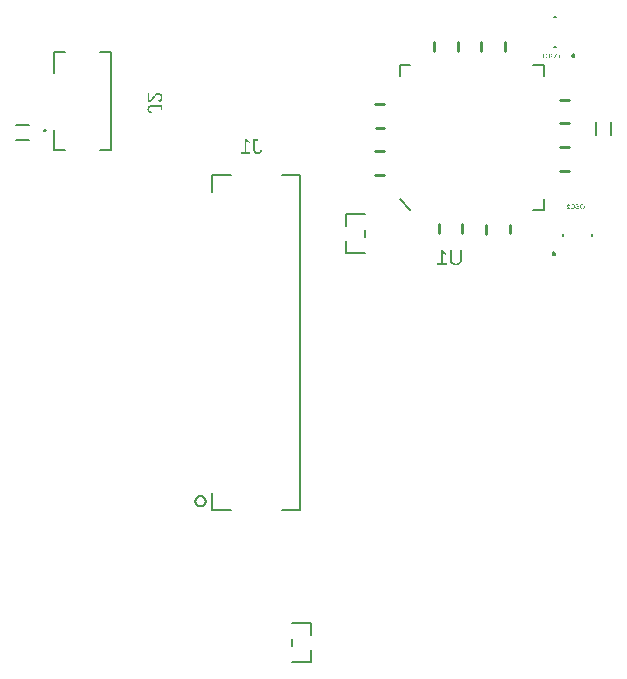
<source format=gbr>
G04 EAGLE Gerber RS-274X export*
G75*
%MOMM*%
%FSLAX34Y34*%
%LPD*%
%INSilkscreen Bottom*%
%IPPOS*%
%AMOC8*
5,1,8,0,0,1.08239X$1,22.5*%
G01*
G04 Define Apertures*
%ADD10C,0.152400*%
%ADD11C,0.127000*%
%ADD12C,0.200000*%
%ADD13C,0.254000*%
G36*
X519777Y476747D02*
X512043Y476747D01*
X512043Y478087D01*
X515047Y478087D01*
X515047Y489088D01*
X516501Y489088D01*
X519418Y487082D01*
X519418Y485593D01*
X516632Y487582D01*
X516632Y478087D01*
X519777Y478087D01*
X519777Y476747D01*
G37*
G36*
X526109Y476572D02*
X525698Y476588D01*
X525309Y476636D01*
X524942Y476717D01*
X524598Y476829D01*
X524277Y476974D01*
X523977Y477151D01*
X523701Y477360D01*
X523446Y477601D01*
X523219Y477870D01*
X523021Y478164D01*
X522854Y478481D01*
X522717Y478822D01*
X522611Y479187D01*
X522535Y479576D01*
X522489Y479989D01*
X522474Y480426D01*
X522474Y489088D01*
X526512Y489088D01*
X526512Y487722D01*
X524138Y487722D01*
X524138Y480391D01*
X524147Y480098D01*
X524171Y479823D01*
X524212Y479566D01*
X524270Y479328D01*
X524344Y479107D01*
X524434Y478905D01*
X524541Y478722D01*
X524664Y478556D01*
X524801Y478409D01*
X524951Y478282D01*
X525112Y478174D01*
X525286Y478086D01*
X525471Y478018D01*
X525669Y477969D01*
X525879Y477939D01*
X526100Y477930D01*
X526304Y477939D01*
X526499Y477965D01*
X526685Y478010D01*
X526862Y478072D01*
X527031Y478152D01*
X527191Y478250D01*
X527342Y478366D01*
X527484Y478499D01*
X527616Y478648D01*
X527735Y478812D01*
X527843Y478989D01*
X527937Y479180D01*
X528020Y479385D01*
X528090Y479604D01*
X528148Y479837D01*
X528194Y480084D01*
X529831Y479813D01*
X529748Y479420D01*
X529645Y479053D01*
X529522Y478711D01*
X529379Y478395D01*
X529216Y478104D01*
X529033Y477838D01*
X528830Y477597D01*
X528607Y477382D01*
X528365Y477192D01*
X528102Y477028D01*
X527820Y476889D01*
X527518Y476775D01*
X527195Y476686D01*
X526853Y476623D01*
X526491Y476585D01*
X526109Y476572D01*
G37*
G36*
X434101Y520428D02*
X432988Y520428D01*
X432988Y528600D01*
X434329Y528600D01*
X434329Y522163D01*
X434638Y522315D01*
X434954Y522509D01*
X435275Y522744D01*
X435603Y523021D01*
X435944Y523345D01*
X436305Y523719D01*
X436686Y524146D01*
X437087Y524624D01*
X437783Y525465D01*
X438382Y526159D01*
X438882Y526705D01*
X439286Y527102D01*
X439641Y527407D01*
X439995Y527671D01*
X440350Y527895D01*
X440705Y528079D01*
X441060Y528223D01*
X441416Y528325D01*
X441774Y528387D01*
X442132Y528408D01*
X442526Y528392D01*
X442896Y528345D01*
X443244Y528266D01*
X443568Y528157D01*
X443869Y528016D01*
X444147Y527843D01*
X444401Y527640D01*
X444633Y527405D01*
X444839Y527140D01*
X445018Y526849D01*
X445169Y526531D01*
X445293Y526186D01*
X445389Y525814D01*
X445458Y525415D01*
X445499Y524989D01*
X445513Y524536D01*
X445500Y524121D01*
X445458Y523725D01*
X445390Y523349D01*
X445294Y522991D01*
X445171Y522653D01*
X445021Y522335D01*
X444843Y522035D01*
X444637Y521755D01*
X444409Y521499D01*
X444162Y521271D01*
X443895Y521072D01*
X443610Y520900D01*
X443306Y520757D01*
X442984Y520643D01*
X442642Y520556D01*
X442281Y520499D01*
X442132Y522110D01*
X442373Y522147D01*
X442600Y522201D01*
X442812Y522271D01*
X443012Y522359D01*
X443197Y522463D01*
X443368Y522584D01*
X443526Y522722D01*
X443670Y522876D01*
X443798Y523045D01*
X443909Y523225D01*
X444003Y523416D01*
X444080Y523618D01*
X444140Y523831D01*
X444183Y524055D01*
X444208Y524290D01*
X444217Y524536D01*
X444208Y524794D01*
X444182Y525037D01*
X444138Y525266D01*
X444077Y525480D01*
X443998Y525680D01*
X443902Y525865D01*
X443788Y526035D01*
X443656Y526192D01*
X443509Y526331D01*
X443348Y526452D01*
X443172Y526555D01*
X442982Y526638D01*
X442778Y526703D01*
X442559Y526750D01*
X442327Y526778D01*
X442080Y526787D01*
X441713Y526766D01*
X441366Y526701D01*
X441039Y526593D01*
X440731Y526441D01*
X440437Y526255D01*
X440149Y526042D01*
X439867Y525802D01*
X439592Y525535D01*
X439049Y524940D01*
X438506Y524278D01*
X437940Y523578D01*
X437328Y522872D01*
X437002Y522521D01*
X436656Y522179D01*
X436292Y521845D01*
X435909Y521519D01*
X435502Y521209D01*
X435065Y520924D01*
X434598Y520664D01*
X434101Y520428D01*
G37*
G36*
X436054Y510838D02*
X435662Y510921D01*
X435294Y511024D01*
X434953Y511148D01*
X434636Y511291D01*
X434345Y511454D01*
X434079Y511636D01*
X433839Y511839D01*
X433623Y512062D01*
X433434Y512304D01*
X433269Y512567D01*
X433130Y512849D01*
X433016Y513152D01*
X432927Y513474D01*
X432864Y513816D01*
X432826Y514178D01*
X432813Y514560D01*
X432829Y514972D01*
X432878Y515361D01*
X432958Y515727D01*
X433071Y516071D01*
X433215Y516393D01*
X433392Y516692D01*
X433601Y516969D01*
X433842Y517223D01*
X434112Y517451D01*
X434405Y517648D01*
X434722Y517815D01*
X435063Y517952D01*
X435428Y518058D01*
X435817Y518134D01*
X436230Y518180D01*
X436667Y518195D01*
X445329Y518195D01*
X445329Y514157D01*
X443963Y514157D01*
X443963Y516531D01*
X436632Y516531D01*
X436339Y516523D01*
X436064Y516498D01*
X435807Y516457D01*
X435569Y516400D01*
X435349Y516326D01*
X435147Y516235D01*
X434963Y516129D01*
X434797Y516005D01*
X434650Y515868D01*
X434523Y515719D01*
X434415Y515557D01*
X434327Y515384D01*
X434259Y515198D01*
X434210Y515000D01*
X434181Y514791D01*
X434171Y514569D01*
X434180Y514365D01*
X434206Y514170D01*
X434251Y513984D01*
X434313Y513807D01*
X434393Y513638D01*
X434491Y513479D01*
X434607Y513327D01*
X434740Y513185D01*
X434889Y513053D01*
X435053Y512934D01*
X435230Y512827D01*
X435421Y512732D01*
X435626Y512649D01*
X435845Y512579D01*
X436078Y512521D01*
X436325Y512476D01*
X436054Y510838D01*
G37*
G36*
X693999Y382515D02*
X693611Y382524D01*
X693237Y382551D01*
X692875Y382596D01*
X692527Y382659D01*
X692191Y382739D01*
X691868Y382838D01*
X691559Y382954D01*
X691262Y383089D01*
X690980Y383240D01*
X690715Y383408D01*
X690466Y383591D01*
X690233Y383791D01*
X690017Y384006D01*
X689817Y384238D01*
X689633Y384485D01*
X689466Y384749D01*
X689318Y385026D01*
X689189Y385317D01*
X689080Y385621D01*
X688990Y385938D01*
X688921Y386267D01*
X688871Y386609D01*
X688841Y386964D01*
X688831Y387332D01*
X688831Y395031D01*
X690496Y395031D01*
X690496Y387429D01*
X690510Y387006D01*
X690553Y386609D01*
X690626Y386239D01*
X690727Y385895D01*
X690857Y385577D01*
X691015Y385285D01*
X691203Y385019D01*
X691420Y384779D01*
X691662Y384567D01*
X691928Y384383D01*
X692217Y384227D01*
X692529Y384099D01*
X692864Y384000D01*
X693222Y383929D01*
X693603Y383887D01*
X694008Y383873D01*
X694401Y383886D01*
X694770Y383927D01*
X695116Y383996D01*
X695438Y384092D01*
X695736Y384215D01*
X696010Y384365D01*
X696260Y384543D01*
X696486Y384749D01*
X696688Y384980D01*
X696862Y385237D01*
X697010Y385520D01*
X697130Y385828D01*
X697224Y386162D01*
X697291Y386521D01*
X697331Y386905D01*
X697345Y387315D01*
X697345Y395031D01*
X699018Y395031D01*
X699018Y387175D01*
X699008Y386817D01*
X698979Y386473D01*
X698930Y386141D01*
X698862Y385821D01*
X698775Y385515D01*
X698668Y385220D01*
X698542Y384939D01*
X698396Y384670D01*
X698232Y384415D01*
X698053Y384175D01*
X697858Y383952D01*
X697647Y383743D01*
X697420Y383551D01*
X697177Y383374D01*
X696919Y383213D01*
X696644Y383067D01*
X696356Y382938D01*
X696055Y382825D01*
X695743Y382731D01*
X695418Y382653D01*
X695081Y382593D01*
X694733Y382550D01*
X694372Y382524D01*
X693999Y382515D01*
G37*
G36*
X686066Y382690D02*
X678333Y382690D01*
X678333Y384030D01*
X681337Y384030D01*
X681337Y395031D01*
X682791Y395031D01*
X685707Y393025D01*
X685707Y391536D01*
X682922Y393525D01*
X682922Y384030D01*
X686066Y384030D01*
X686066Y382690D01*
G37*
G36*
X800987Y430043D02*
X800697Y430059D01*
X800427Y430105D01*
X800176Y430183D01*
X799946Y430292D01*
X799738Y430429D01*
X799556Y430594D01*
X799399Y430785D01*
X799269Y431004D01*
X799165Y431245D01*
X799092Y431506D01*
X799047Y431785D01*
X799033Y432084D01*
X799047Y432384D01*
X799091Y432663D01*
X799164Y432921D01*
X799266Y433159D01*
X799395Y433373D01*
X799551Y433560D01*
X799733Y433720D01*
X799940Y433853D01*
X800171Y433958D01*
X800421Y434032D01*
X800692Y434077D01*
X800982Y434092D01*
X801206Y434084D01*
X801417Y434059D01*
X801616Y434017D01*
X801802Y433959D01*
X801975Y433884D01*
X802136Y433793D01*
X802284Y433685D01*
X802420Y433560D01*
X802541Y433421D01*
X802646Y433268D01*
X802735Y433103D01*
X802807Y432925D01*
X802864Y432734D01*
X802904Y432530D01*
X802928Y432314D01*
X802936Y432084D01*
X802922Y431784D01*
X802878Y431503D01*
X802806Y431242D01*
X802705Y430999D01*
X802576Y430781D01*
X802421Y430589D01*
X802240Y430425D01*
X802033Y430289D01*
X801803Y430181D01*
X801552Y430105D01*
X801280Y430058D01*
X800987Y430043D01*
G37*
%LPC*%
G36*
X800987Y430476D02*
X801148Y430483D01*
X801300Y430503D01*
X801443Y430537D01*
X801577Y430584D01*
X801702Y430646D01*
X801817Y430720D01*
X802022Y430910D01*
X802185Y431146D01*
X802302Y431421D01*
X802371Y431733D01*
X802395Y432084D01*
X802372Y432436D01*
X802303Y432747D01*
X802187Y433016D01*
X802026Y433243D01*
X801823Y433424D01*
X801706Y433495D01*
X801581Y433553D01*
X801445Y433598D01*
X801300Y433631D01*
X801146Y433650D01*
X800982Y433656D01*
X800819Y433650D01*
X800666Y433630D01*
X800522Y433598D01*
X800387Y433552D01*
X800262Y433493D01*
X800147Y433421D01*
X799944Y433238D01*
X799784Y433008D01*
X799669Y432740D01*
X799600Y432432D01*
X799577Y432084D01*
X799600Y431722D01*
X799668Y431403D01*
X799782Y431128D01*
X799942Y430896D01*
X800144Y430712D01*
X800259Y430640D01*
X800385Y430581D01*
X800521Y430535D01*
X800666Y430502D01*
X800822Y430482D01*
X800987Y430476D01*
G37*
%LPD*%
G36*
X796843Y430043D02*
X796478Y430062D01*
X796156Y430118D01*
X795878Y430211D01*
X795644Y430342D01*
X795457Y430507D01*
X795324Y430702D01*
X795278Y430811D01*
X795245Y430928D01*
X795225Y431053D01*
X795218Y431185D01*
X795233Y431386D01*
X795278Y431559D01*
X795349Y431708D01*
X795444Y431836D01*
X795560Y431944D01*
X795694Y432034D01*
X796003Y432175D01*
X796347Y432278D01*
X796709Y432364D01*
X797161Y432474D01*
X797432Y432566D01*
X797592Y432657D01*
X797710Y432767D01*
X797782Y432901D01*
X797806Y433067D01*
X797791Y433213D01*
X797744Y433339D01*
X797667Y433446D01*
X797558Y433534D01*
X797420Y433602D01*
X797254Y433651D01*
X797059Y433680D01*
X796837Y433690D01*
X796634Y433681D01*
X796454Y433655D01*
X796298Y433611D01*
X796165Y433549D01*
X796053Y433468D01*
X795961Y433365D01*
X795888Y433241D01*
X795835Y433095D01*
X795310Y433187D01*
X795395Y433416D01*
X795506Y433609D01*
X795643Y433766D01*
X795807Y433887D01*
X796004Y433977D01*
X796241Y434041D01*
X796517Y434079D01*
X796832Y434092D01*
X797171Y434075D01*
X797469Y434024D01*
X797725Y433938D01*
X797939Y433818D01*
X798108Y433667D01*
X798229Y433487D01*
X798302Y433278D01*
X798326Y433039D01*
X798307Y432831D01*
X798252Y432648D01*
X798161Y432489D01*
X798038Y432351D01*
X797873Y432230D01*
X797657Y432121D01*
X797359Y432017D01*
X796949Y431914D01*
X796461Y431799D01*
X796255Y431740D01*
X796081Y431668D01*
X795939Y431580D01*
X795834Y431470D01*
X795768Y431332D01*
X795746Y431157D01*
X795763Y430996D01*
X795816Y430855D01*
X795904Y430736D01*
X796026Y430636D01*
X796181Y430559D01*
X796366Y430503D01*
X796580Y430470D01*
X796824Y430459D01*
X797060Y430470D01*
X797271Y430501D01*
X797455Y430553D01*
X797614Y430625D01*
X797746Y430720D01*
X797854Y430839D01*
X797936Y430981D01*
X797994Y431146D01*
X798510Y431043D01*
X798434Y430808D01*
X798320Y430605D01*
X798168Y430434D01*
X797979Y430293D01*
X797752Y430184D01*
X797487Y430106D01*
X797184Y430059D01*
X796843Y430043D01*
G37*
G36*
X792749Y430043D02*
X792467Y430060D01*
X792203Y430109D01*
X791957Y430192D01*
X791728Y430308D01*
X791520Y430456D01*
X791337Y430634D01*
X791179Y430843D01*
X791045Y431082D01*
X791481Y431300D01*
X791591Y431108D01*
X791714Y430942D01*
X791851Y430801D01*
X791999Y430686D01*
X792161Y430597D01*
X792336Y430533D01*
X792523Y430494D01*
X792723Y430481D01*
X792880Y430488D01*
X793029Y430509D01*
X793170Y430543D01*
X793302Y430591D01*
X793426Y430653D01*
X793541Y430729D01*
X793747Y430921D01*
X793912Y431159D01*
X794031Y431432D01*
X794102Y431740D01*
X794125Y432084D01*
X794102Y432431D01*
X794034Y432738D01*
X793921Y433007D01*
X793762Y433236D01*
X793562Y433420D01*
X793327Y433551D01*
X793195Y433597D01*
X793054Y433630D01*
X792905Y433650D01*
X792746Y433656D01*
X792545Y433645D01*
X792358Y433611D01*
X792185Y433554D01*
X792027Y433475D01*
X791886Y433374D01*
X791765Y433253D01*
X791666Y433112D01*
X791587Y432950D01*
X791081Y433117D01*
X791195Y433344D01*
X791336Y433541D01*
X791505Y433709D01*
X791701Y433846D01*
X791925Y433954D01*
X792175Y434031D01*
X792450Y434077D01*
X792751Y434092D01*
X792970Y434084D01*
X793176Y434059D01*
X793371Y434017D01*
X793553Y433959D01*
X793723Y433884D01*
X793880Y433792D01*
X794026Y433684D01*
X794159Y433559D01*
X794278Y433419D01*
X794381Y433267D01*
X794468Y433101D01*
X794540Y432923D01*
X794595Y432733D01*
X794635Y432529D01*
X794659Y432313D01*
X794667Y432084D01*
X794653Y431781D01*
X794610Y431498D01*
X794539Y431237D01*
X794439Y430997D01*
X794313Y430780D01*
X794160Y430590D01*
X793982Y430427D01*
X793778Y430290D01*
X793550Y430182D01*
X793303Y430105D01*
X793036Y430059D01*
X792749Y430043D01*
G37*
G36*
X790545Y430099D02*
X787939Y430099D01*
X787939Y430526D01*
X789992Y430526D01*
X789881Y430725D01*
X789718Y430932D01*
X789495Y431156D01*
X789207Y431406D01*
X788718Y431818D01*
X788417Y432107D01*
X788236Y432333D01*
X788106Y432559D01*
X788027Y432786D01*
X788007Y432900D01*
X788001Y433014D01*
X788021Y433258D01*
X788081Y433472D01*
X788181Y433656D01*
X788321Y433811D01*
X788498Y433934D01*
X788709Y434022D01*
X788955Y434074D01*
X789235Y434092D01*
X789494Y434075D01*
X789728Y434022D01*
X789937Y433935D01*
X790122Y433813D01*
X790276Y433661D01*
X790394Y433485D01*
X790476Y433286D01*
X790522Y433062D01*
X790009Y433014D01*
X789980Y433163D01*
X789929Y433294D01*
X789857Y433408D01*
X789764Y433504D01*
X789653Y433581D01*
X789528Y433635D01*
X789389Y433668D01*
X789235Y433679D01*
X789075Y433668D01*
X788934Y433634D01*
X788811Y433578D01*
X788707Y433500D01*
X788624Y433402D01*
X788565Y433285D01*
X788529Y433150D01*
X788517Y432997D01*
X788524Y432880D01*
X788545Y432770D01*
X788628Y432567D01*
X788755Y432382D01*
X788917Y432204D01*
X789317Y431858D01*
X789766Y431483D01*
X789987Y431268D01*
X790197Y431030D01*
X790387Y430761D01*
X790545Y430454D01*
X790545Y430099D01*
G37*
G36*
X780109Y557504D02*
X779819Y557520D01*
X779548Y557567D01*
X779298Y557644D01*
X779067Y557753D01*
X778860Y557891D01*
X778678Y558055D01*
X778521Y558247D01*
X778390Y558465D01*
X778287Y558706D01*
X778213Y558967D01*
X778169Y559247D01*
X778154Y559546D01*
X778169Y559845D01*
X778213Y560124D01*
X778285Y560383D01*
X778387Y560621D01*
X778517Y560835D01*
X778673Y561022D01*
X778854Y561182D01*
X779062Y561315D01*
X779292Y561419D01*
X779543Y561494D01*
X779813Y561538D01*
X780103Y561553D01*
X780327Y561545D01*
X780539Y561520D01*
X780738Y561479D01*
X780924Y561420D01*
X781097Y561346D01*
X781258Y561254D01*
X781406Y561146D01*
X781541Y561021D01*
X781663Y560882D01*
X781767Y560730D01*
X781856Y560565D01*
X781929Y560386D01*
X781985Y560196D01*
X782026Y559992D01*
X782050Y559775D01*
X782058Y559546D01*
X782044Y559245D01*
X782000Y558964D01*
X781928Y558703D01*
X781826Y558461D01*
X781697Y558242D01*
X781543Y558051D01*
X781362Y557887D01*
X781155Y557750D01*
X780924Y557643D01*
X780673Y557566D01*
X780402Y557520D01*
X780109Y557504D01*
G37*
%LPC*%
G36*
X780109Y557937D02*
X780270Y557944D01*
X780422Y557964D01*
X780565Y557998D01*
X780699Y558046D01*
X780823Y558107D01*
X780939Y558181D01*
X781144Y558371D01*
X781307Y558608D01*
X781423Y558882D01*
X781493Y559195D01*
X781516Y559546D01*
X781493Y559898D01*
X781424Y560208D01*
X781309Y560477D01*
X781148Y560704D01*
X780944Y560885D01*
X780828Y560956D01*
X780702Y561014D01*
X780567Y561060D01*
X780422Y561092D01*
X780268Y561111D01*
X780103Y561118D01*
X779941Y561111D01*
X779787Y561092D01*
X779643Y561059D01*
X779509Y561013D01*
X779384Y560954D01*
X779269Y560882D01*
X779066Y560699D01*
X778905Y560470D01*
X778791Y560201D01*
X778722Y559893D01*
X778699Y559546D01*
X778722Y559183D01*
X778790Y558865D01*
X778904Y558589D01*
X779063Y558357D01*
X779265Y558174D01*
X779381Y558101D01*
X779507Y558042D01*
X779643Y557996D01*
X779788Y557964D01*
X779944Y557944D01*
X780109Y557937D01*
G37*
%LPD*%
G36*
X775965Y557504D02*
X775600Y557523D01*
X775278Y557579D01*
X775000Y557672D01*
X774765Y557803D01*
X774579Y557968D01*
X774446Y558163D01*
X774399Y558273D01*
X774366Y558390D01*
X774346Y558514D01*
X774340Y558647D01*
X774355Y558848D01*
X774400Y559021D01*
X774471Y559169D01*
X774566Y559297D01*
X774681Y559405D01*
X774816Y559495D01*
X775124Y559636D01*
X775469Y559740D01*
X775831Y559825D01*
X776282Y559936D01*
X776554Y560027D01*
X776714Y560119D01*
X776832Y560228D01*
X776904Y560363D01*
X776928Y560529D01*
X776913Y560674D01*
X776866Y560800D01*
X776788Y560907D01*
X776680Y560995D01*
X776541Y561063D01*
X776375Y561112D01*
X776181Y561141D01*
X775959Y561151D01*
X775756Y561142D01*
X775576Y561116D01*
X775419Y561072D01*
X775286Y561010D01*
X775174Y560929D01*
X775082Y560826D01*
X775010Y560702D01*
X774957Y560556D01*
X774432Y560649D01*
X774516Y560878D01*
X774627Y561071D01*
X774765Y561227D01*
X774929Y561348D01*
X775126Y561438D01*
X775362Y561502D01*
X775638Y561541D01*
X775954Y561553D01*
X776293Y561536D01*
X776591Y561485D01*
X776846Y561399D01*
X777061Y561280D01*
X777230Y561128D01*
X777351Y560948D01*
X777423Y560739D01*
X777447Y560501D01*
X777429Y560293D01*
X777373Y560110D01*
X777283Y559950D01*
X777160Y559812D01*
X776995Y559691D01*
X776779Y559582D01*
X776481Y559479D01*
X776071Y559375D01*
X775582Y559261D01*
X775377Y559201D01*
X775202Y559130D01*
X775061Y559041D01*
X774955Y558931D01*
X774889Y558793D01*
X774867Y558619D01*
X774885Y558457D01*
X774937Y558317D01*
X775025Y558197D01*
X775148Y558098D01*
X775303Y558020D01*
X775488Y557965D01*
X775702Y557932D01*
X775945Y557920D01*
X776182Y557931D01*
X776393Y557962D01*
X776577Y558014D01*
X776735Y558087D01*
X776868Y558181D01*
X776976Y558300D01*
X777058Y558442D01*
X777115Y558607D01*
X777632Y558504D01*
X777556Y558270D01*
X777442Y558067D01*
X777290Y557895D01*
X777100Y557754D01*
X776873Y557645D01*
X776608Y557567D01*
X776305Y557520D01*
X775965Y557504D01*
G37*
G36*
X771870Y557504D02*
X771589Y557521D01*
X771325Y557571D01*
X771078Y557654D01*
X770850Y557770D01*
X770642Y557918D01*
X770459Y558096D01*
X770301Y558304D01*
X770167Y558543D01*
X770602Y558761D01*
X770713Y558569D01*
X770836Y558403D01*
X770972Y558262D01*
X771121Y558147D01*
X771283Y558058D01*
X771457Y557994D01*
X771645Y557956D01*
X771845Y557943D01*
X772002Y557950D01*
X772151Y557970D01*
X772291Y558005D01*
X772423Y558053D01*
X772547Y558115D01*
X772663Y558190D01*
X772868Y558383D01*
X773034Y558620D01*
X773152Y558893D01*
X773223Y559202D01*
X773247Y559546D01*
X773224Y559892D01*
X773156Y560199D01*
X773043Y560468D01*
X772884Y560697D01*
X772684Y560881D01*
X772448Y561013D01*
X772317Y561059D01*
X772176Y561091D01*
X772026Y561111D01*
X771867Y561118D01*
X771666Y561106D01*
X771480Y561072D01*
X771307Y561016D01*
X771148Y560936D01*
X771007Y560835D01*
X770887Y560714D01*
X770787Y560573D01*
X770709Y560411D01*
X770203Y560579D01*
X770316Y560806D01*
X770457Y561003D01*
X770626Y561170D01*
X770823Y561308D01*
X771047Y561415D01*
X771296Y561492D01*
X771572Y561538D01*
X771873Y561553D01*
X772092Y561545D01*
X772298Y561520D01*
X772492Y561478D01*
X772674Y561420D01*
X772844Y561345D01*
X773002Y561253D01*
X773147Y561145D01*
X773280Y561020D01*
X773399Y560880D01*
X773503Y560728D01*
X773590Y560563D01*
X773661Y560385D01*
X773717Y560194D01*
X773757Y559991D01*
X773781Y559775D01*
X773789Y559546D01*
X773774Y559242D01*
X773732Y558960D01*
X773660Y558698D01*
X773561Y558458D01*
X773434Y558242D01*
X773282Y558052D01*
X773103Y557888D01*
X772899Y557752D01*
X772672Y557643D01*
X772425Y557566D01*
X772158Y557520D01*
X771870Y557504D01*
G37*
G36*
X769518Y557560D02*
X767053Y557560D01*
X767053Y557988D01*
X768010Y557988D01*
X768010Y561495D01*
X768474Y561495D01*
X769404Y560855D01*
X769404Y560381D01*
X768516Y561014D01*
X768516Y557988D01*
X769518Y557988D01*
X769518Y557560D01*
G37*
D10*
X487666Y444178D02*
X487666Y458432D01*
X487666Y174968D02*
X503515Y174968D01*
X487666Y174968D02*
X487666Y189222D01*
X487666Y458432D02*
X503515Y458432D01*
X546948Y458432D02*
X561834Y458432D01*
X561834Y174968D01*
X546948Y174968D01*
D11*
X473474Y182734D02*
X473476Y182865D01*
X473482Y182997D01*
X473492Y183128D01*
X473506Y183258D01*
X473524Y183388D01*
X473546Y183518D01*
X473571Y183647D01*
X473601Y183775D01*
X473635Y183902D01*
X473672Y184028D01*
X473713Y184153D01*
X473758Y184276D01*
X473807Y184398D01*
X473859Y184519D01*
X473915Y184638D01*
X473975Y184755D01*
X474038Y184870D01*
X474104Y184983D01*
X474174Y185094D01*
X474247Y185204D01*
X474324Y185310D01*
X474404Y185415D01*
X474487Y185517D01*
X474573Y185616D01*
X474662Y185713D01*
X474754Y185807D01*
X474848Y185898D01*
X474946Y185986D01*
X475046Y186071D01*
X475148Y186153D01*
X475253Y186232D01*
X475361Y186308D01*
X475470Y186381D01*
X475582Y186450D01*
X475696Y186515D01*
X475811Y186578D01*
X475929Y186636D01*
X476048Y186691D01*
X476169Y186743D01*
X476292Y186791D01*
X476415Y186835D01*
X476540Y186875D01*
X476667Y186911D01*
X476794Y186944D01*
X476922Y186972D01*
X477051Y186997D01*
X477181Y187018D01*
X477311Y187035D01*
X477442Y187048D01*
X477573Y187057D01*
X477704Y187062D01*
X477836Y187063D01*
X477967Y187060D01*
X478098Y187053D01*
X478229Y187042D01*
X478360Y187027D01*
X478490Y187008D01*
X478619Y186985D01*
X478748Y186959D01*
X478876Y186928D01*
X479003Y186893D01*
X479128Y186855D01*
X479253Y186813D01*
X479376Y186767D01*
X479497Y186718D01*
X479618Y186664D01*
X479736Y186607D01*
X479853Y186547D01*
X479967Y186483D01*
X480080Y186416D01*
X480191Y186345D01*
X480299Y186271D01*
X480406Y186193D01*
X480509Y186113D01*
X480611Y186029D01*
X480709Y185942D01*
X480805Y185853D01*
X480899Y185760D01*
X480989Y185665D01*
X481077Y185567D01*
X481161Y185466D01*
X481242Y185363D01*
X481321Y185257D01*
X481396Y185149D01*
X481467Y185039D01*
X481535Y184927D01*
X481600Y184813D01*
X481662Y184696D01*
X481719Y184578D01*
X481774Y184459D01*
X481824Y184337D01*
X481871Y184215D01*
X481914Y184090D01*
X481953Y183965D01*
X481989Y183839D01*
X482020Y183711D01*
X482048Y183583D01*
X482072Y183453D01*
X482092Y183323D01*
X482108Y183193D01*
X482120Y183062D01*
X482128Y182931D01*
X482132Y182800D01*
X482132Y182668D01*
X482128Y182537D01*
X482120Y182406D01*
X482108Y182275D01*
X482092Y182145D01*
X482072Y182015D01*
X482048Y181885D01*
X482020Y181757D01*
X481989Y181629D01*
X481953Y181503D01*
X481914Y181378D01*
X481871Y181253D01*
X481824Y181131D01*
X481774Y181009D01*
X481719Y180890D01*
X481662Y180772D01*
X481600Y180655D01*
X481535Y180541D01*
X481467Y180429D01*
X481396Y180319D01*
X481321Y180211D01*
X481242Y180105D01*
X481161Y180002D01*
X481077Y179901D01*
X480989Y179803D01*
X480899Y179708D01*
X480805Y179615D01*
X480709Y179526D01*
X480611Y179439D01*
X480509Y179355D01*
X480406Y179275D01*
X480299Y179197D01*
X480191Y179123D01*
X480080Y179052D01*
X479968Y178985D01*
X479853Y178921D01*
X479736Y178861D01*
X479618Y178804D01*
X479497Y178750D01*
X479376Y178701D01*
X479253Y178655D01*
X479128Y178613D01*
X479003Y178575D01*
X478876Y178540D01*
X478748Y178509D01*
X478619Y178483D01*
X478490Y178460D01*
X478360Y178441D01*
X478229Y178426D01*
X478098Y178415D01*
X477967Y178408D01*
X477836Y178405D01*
X477704Y178406D01*
X477573Y178411D01*
X477442Y178420D01*
X477311Y178433D01*
X477181Y178450D01*
X477051Y178471D01*
X476922Y178496D01*
X476794Y178524D01*
X476667Y178557D01*
X476540Y178593D01*
X476415Y178633D01*
X476292Y178677D01*
X476169Y178725D01*
X476048Y178777D01*
X475929Y178832D01*
X475811Y178890D01*
X475696Y178953D01*
X475582Y179018D01*
X475470Y179087D01*
X475361Y179160D01*
X475253Y179236D01*
X475148Y179315D01*
X475046Y179397D01*
X474946Y179482D01*
X474848Y179570D01*
X474754Y179661D01*
X474662Y179755D01*
X474573Y179852D01*
X474487Y179951D01*
X474404Y180053D01*
X474324Y180158D01*
X474247Y180264D01*
X474174Y180374D01*
X474104Y180485D01*
X474038Y180598D01*
X473975Y180713D01*
X473915Y180830D01*
X473859Y180949D01*
X473807Y181070D01*
X473758Y181192D01*
X473713Y181315D01*
X473672Y181440D01*
X473635Y181566D01*
X473601Y181693D01*
X473571Y181821D01*
X473546Y181950D01*
X473524Y182080D01*
X473506Y182210D01*
X473492Y182340D01*
X473482Y182471D01*
X473476Y182603D01*
X473474Y182734D01*
D12*
X362824Y479678D02*
X353574Y479678D01*
X353574Y497178D01*
X353574Y545178D02*
X353574Y562678D01*
X362824Y562678D01*
X392824Y562678D02*
X402074Y562678D01*
X402074Y479678D01*
X392824Y479678D01*
X346524Y496768D02*
X346522Y496724D01*
X346516Y496681D01*
X346507Y496639D01*
X346494Y496597D01*
X346477Y496557D01*
X346457Y496518D01*
X346434Y496481D01*
X346407Y496447D01*
X346378Y496414D01*
X346345Y496385D01*
X346311Y496358D01*
X346274Y496335D01*
X346235Y496315D01*
X346195Y496298D01*
X346153Y496285D01*
X346111Y496276D01*
X346068Y496270D01*
X346024Y496268D01*
X345980Y496270D01*
X345937Y496276D01*
X345895Y496285D01*
X345853Y496298D01*
X345813Y496315D01*
X345774Y496335D01*
X345737Y496358D01*
X345703Y496385D01*
X345670Y496414D01*
X345641Y496447D01*
X345614Y496481D01*
X345591Y496518D01*
X345571Y496557D01*
X345554Y496597D01*
X345541Y496639D01*
X345532Y496681D01*
X345526Y496724D01*
X345524Y496768D01*
X345526Y496812D01*
X345532Y496855D01*
X345541Y496897D01*
X345554Y496939D01*
X345571Y496979D01*
X345591Y497018D01*
X345614Y497055D01*
X345641Y497089D01*
X345670Y497122D01*
X345703Y497151D01*
X345737Y497178D01*
X345774Y497201D01*
X345813Y497221D01*
X345853Y497238D01*
X345895Y497251D01*
X345937Y497260D01*
X345980Y497266D01*
X346024Y497268D01*
X346068Y497266D01*
X346111Y497260D01*
X346153Y497251D01*
X346195Y497238D01*
X346235Y497221D01*
X346274Y497201D01*
X346311Y497178D01*
X346345Y497151D01*
X346378Y497122D01*
X346407Y497089D01*
X346434Y497055D01*
X346457Y497018D01*
X346477Y496979D01*
X346494Y496939D01*
X346507Y496897D01*
X346516Y496855D01*
X346522Y496812D01*
X346524Y496768D01*
X346522Y496724D01*
X346516Y496681D01*
X346507Y496639D01*
X346494Y496597D01*
X346477Y496557D01*
X346457Y496518D01*
X346434Y496481D01*
X346407Y496447D01*
X346378Y496414D01*
X346345Y496385D01*
X346311Y496358D01*
X346274Y496335D01*
X346235Y496315D01*
X346195Y496298D01*
X346153Y496285D01*
X346111Y496276D01*
X346068Y496270D01*
X346024Y496268D01*
X345980Y496270D01*
X345937Y496276D01*
X345895Y496285D01*
X345853Y496298D01*
X345813Y496315D01*
X345774Y496335D01*
X345737Y496358D01*
X345703Y496385D01*
X345670Y496414D01*
X345641Y496447D01*
X345614Y496481D01*
X345591Y496518D01*
X345571Y496557D01*
X345554Y496597D01*
X345541Y496639D01*
X345532Y496681D01*
X345526Y496724D01*
X345524Y496768D01*
D10*
X646238Y551854D02*
X655236Y551854D01*
X768666Y551854D02*
X768666Y542856D01*
X768666Y429426D02*
X759668Y429426D01*
X646238Y542856D02*
X646238Y551854D01*
X759668Y551854D02*
X768666Y551854D01*
X768666Y438424D02*
X768666Y429426D01*
D13*
X675304Y564032D02*
X675304Y571623D01*
X695350Y571665D02*
X695350Y564073D01*
X715534Y563884D02*
X715534Y571475D01*
X735430Y571677D02*
X735430Y564085D01*
X679459Y417178D02*
X679459Y409586D01*
X699444Y409749D02*
X699444Y417341D01*
X719402Y416828D02*
X719402Y409236D01*
X739418Y409324D02*
X739418Y416915D01*
X782128Y522595D02*
X789621Y522595D01*
X789621Y502791D02*
X782128Y502791D01*
X782128Y482793D02*
X789621Y482793D01*
X789621Y462610D02*
X782128Y462610D01*
X633156Y518800D02*
X625827Y518800D01*
X625990Y498815D02*
X633156Y498815D01*
X633156Y478857D02*
X625476Y478857D01*
X625564Y458841D02*
X633156Y458841D01*
D11*
X646238Y438424D02*
X655236Y429426D01*
D10*
X555093Y66227D02*
X555093Y59977D01*
X555093Y79622D02*
X571633Y79622D01*
X571633Y69477D01*
X571633Y46582D02*
X555093Y46582D01*
X571633Y46582D02*
X571633Y56727D01*
D12*
X775903Y392344D02*
X775905Y392407D01*
X775911Y392469D01*
X775921Y392531D01*
X775934Y392593D01*
X775952Y392653D01*
X775973Y392712D01*
X775998Y392770D01*
X776027Y392826D01*
X776059Y392880D01*
X776094Y392932D01*
X776132Y392981D01*
X776174Y393029D01*
X776218Y393073D01*
X776266Y393115D01*
X776315Y393153D01*
X776367Y393188D01*
X776421Y393220D01*
X776477Y393249D01*
X776535Y393274D01*
X776594Y393295D01*
X776654Y393313D01*
X776716Y393326D01*
X776778Y393336D01*
X776840Y393342D01*
X776903Y393344D01*
X776966Y393342D01*
X777028Y393336D01*
X777090Y393326D01*
X777152Y393313D01*
X777212Y393295D01*
X777271Y393274D01*
X777329Y393249D01*
X777385Y393220D01*
X777439Y393188D01*
X777491Y393153D01*
X777540Y393115D01*
X777588Y393073D01*
X777632Y393029D01*
X777674Y392981D01*
X777712Y392932D01*
X777747Y392880D01*
X777779Y392826D01*
X777808Y392770D01*
X777833Y392712D01*
X777854Y392653D01*
X777872Y392593D01*
X777885Y392531D01*
X777895Y392469D01*
X777901Y392407D01*
X777903Y392344D01*
X777901Y392281D01*
X777895Y392219D01*
X777885Y392157D01*
X777872Y392095D01*
X777854Y392035D01*
X777833Y391976D01*
X777808Y391918D01*
X777779Y391862D01*
X777747Y391808D01*
X777712Y391756D01*
X777674Y391707D01*
X777632Y391659D01*
X777588Y391615D01*
X777540Y391573D01*
X777491Y391535D01*
X777439Y391500D01*
X777385Y391468D01*
X777329Y391439D01*
X777271Y391414D01*
X777212Y391393D01*
X777152Y391375D01*
X777090Y391362D01*
X777028Y391352D01*
X776966Y391346D01*
X776903Y391344D01*
X776840Y391346D01*
X776778Y391352D01*
X776716Y391362D01*
X776654Y391375D01*
X776594Y391393D01*
X776535Y391414D01*
X776477Y391439D01*
X776421Y391468D01*
X776367Y391500D01*
X776315Y391535D01*
X776266Y391573D01*
X776218Y391615D01*
X776174Y391659D01*
X776132Y391707D01*
X776094Y391756D01*
X776059Y391808D01*
X776027Y391862D01*
X775998Y391918D01*
X775973Y391976D01*
X775952Y392035D01*
X775934Y392095D01*
X775921Y392157D01*
X775911Y392219D01*
X775905Y392281D01*
X775903Y392344D01*
D11*
X784403Y407124D02*
X784403Y408724D01*
X809403Y408724D02*
X809403Y407124D01*
D12*
X792293Y560014D02*
X792295Y560077D01*
X792301Y560139D01*
X792311Y560201D01*
X792324Y560263D01*
X792342Y560323D01*
X792363Y560382D01*
X792388Y560440D01*
X792417Y560496D01*
X792449Y560550D01*
X792484Y560602D01*
X792522Y560651D01*
X792564Y560699D01*
X792608Y560743D01*
X792656Y560785D01*
X792705Y560823D01*
X792757Y560858D01*
X792811Y560890D01*
X792867Y560919D01*
X792925Y560944D01*
X792984Y560965D01*
X793044Y560983D01*
X793106Y560996D01*
X793168Y561006D01*
X793230Y561012D01*
X793293Y561014D01*
X793356Y561012D01*
X793418Y561006D01*
X793480Y560996D01*
X793542Y560983D01*
X793602Y560965D01*
X793661Y560944D01*
X793719Y560919D01*
X793775Y560890D01*
X793829Y560858D01*
X793881Y560823D01*
X793930Y560785D01*
X793978Y560743D01*
X794022Y560699D01*
X794064Y560651D01*
X794102Y560602D01*
X794137Y560550D01*
X794169Y560496D01*
X794198Y560440D01*
X794223Y560382D01*
X794244Y560323D01*
X794262Y560263D01*
X794275Y560201D01*
X794285Y560139D01*
X794291Y560077D01*
X794293Y560014D01*
X794291Y559951D01*
X794285Y559889D01*
X794275Y559827D01*
X794262Y559765D01*
X794244Y559705D01*
X794223Y559646D01*
X794198Y559588D01*
X794169Y559532D01*
X794137Y559478D01*
X794102Y559426D01*
X794064Y559377D01*
X794022Y559329D01*
X793978Y559285D01*
X793930Y559243D01*
X793881Y559205D01*
X793829Y559170D01*
X793775Y559138D01*
X793719Y559109D01*
X793661Y559084D01*
X793602Y559063D01*
X793542Y559045D01*
X793480Y559032D01*
X793418Y559022D01*
X793356Y559016D01*
X793293Y559014D01*
X793230Y559016D01*
X793168Y559022D01*
X793106Y559032D01*
X793044Y559045D01*
X792984Y559063D01*
X792925Y559084D01*
X792867Y559109D01*
X792811Y559138D01*
X792757Y559170D01*
X792705Y559205D01*
X792656Y559243D01*
X792608Y559285D01*
X792564Y559329D01*
X792522Y559377D01*
X792484Y559426D01*
X792449Y559478D01*
X792417Y559532D01*
X792388Y559588D01*
X792363Y559646D01*
X792342Y559705D01*
X792324Y559765D01*
X792311Y559827D01*
X792301Y559889D01*
X792295Y559951D01*
X792293Y560014D01*
D11*
X778513Y567514D02*
X776913Y567514D01*
X776913Y592514D02*
X778513Y592514D01*
D10*
X617061Y412524D02*
X617061Y406274D01*
X617061Y392879D02*
X600521Y392879D01*
X600521Y403024D01*
X600521Y425919D02*
X617061Y425919D01*
X600521Y425919D02*
X600521Y415774D01*
D11*
X332263Y488157D02*
X321263Y488157D01*
X321263Y500877D02*
X332263Y500877D01*
X812716Y503608D02*
X812716Y492608D01*
X825436Y492608D02*
X825436Y503608D01*
M02*

</source>
